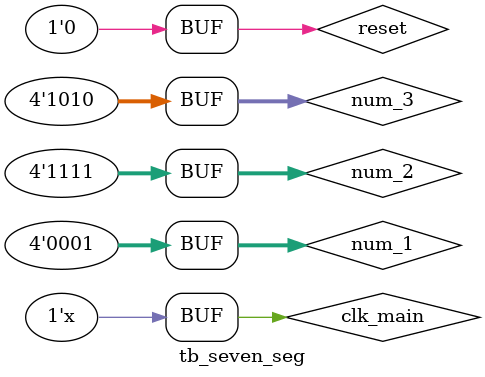
<source format=v>
`timescale 1ns / 1ps


module tb_seven_seg;

	// Inputs
	reg [3:0] num_1;
	reg [3:0] num_2;
	reg [3:0] num_3;
	reg clk_main;
	reg reset;

	// Outputs
	wire [7:0] sev_seg_leds;
	wire [4:0] led_disable;
	wire [2:0] led_enable;

	// Instantiate the Unit Under Test (UUT)
	sev_seg_with_clk_top uut (
		.num_1(num_1), 
		.num_2(num_2),
		.num_3(num_3),
		.clk_main(clk_main), 
		.reset(reset), 
		.sev_seg_leds(sev_seg_leds), 
		.led_disable(led_disable), 
		.led_enable(led_enable)
	);

	initial begin
		// Initialize Inputs
		num_1 = 0;
		num_2 = 0;
		num_3 = 0;
		clk_main = 0;
		reset = 0;

		// Wait 100 ns for global reset to finish
		#100;
        
		// Add stimulus here
		
		reset = 1;
		
		#25;
		reset = 0;
		
		#25;
		num_1 = 8;
		num_2 = 3;
		num_3 = 2;
		
		#140;
		num_1 = 1;
		num_2 = 15;
		num_3 = 10;
		
	end
      
	always 
	  #5 clk_main = ~clk_main;
	
endmodule


</source>
